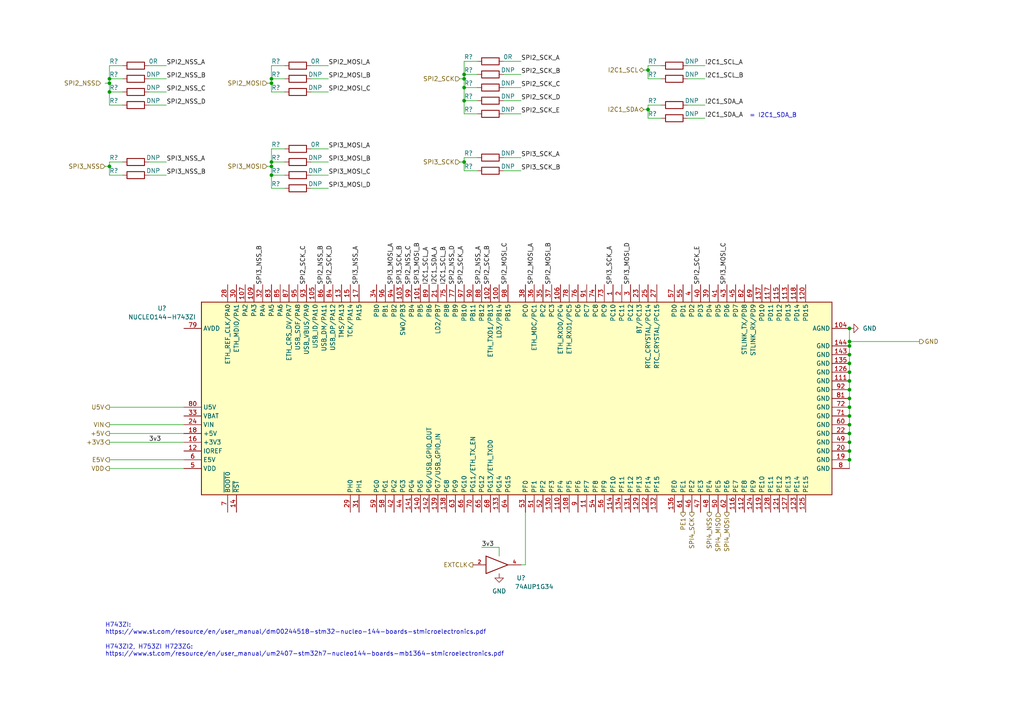
<source format=kicad_sch>
(kicad_sch (version 20211123) (generator eeschema)
  (paper "A4")
  (lib_symbols
    (symbol "74xGxx:74AUP1G34" (pin_names (offset 1.016))
      (property "Reference" "U" (at -2.54 3.81 0))
      (property "Value" "74AUP1G34" (at 0 -3.81 0))
      (symbol "74AUP1G34_0_1"
        (polyline (pts (xy -3.81 2.54) (xy -3.81 -2.54) (xy 2.54 0) (xy -3.81 2.54)) (stroke (width 0.254)))
      )
      (symbol "74AUP1G34_1_1"
        (pin input line (at -7.62 0 0) (length 3.81) (name "~") (number "2"))
        (pin power_in line (at 0 -2.54 270) (length 0) hide (name "GND") (number "3"))
        (pin output line (at 6.35 0 180) (length 3.81) (name "~") (number "4"))
        (pin power_in line (at 0 2.54 90) (length 0) hide (name "VCC") (number "5"))
      )
    )
    (symbol "Device:R" (pin_numbers hide) (pin_names (offset 0))
      (property "Reference" "R" (at 2.032 0 90))
      (property "Value" "R" (at 0 0 90))
      (symbol "R_0_1"
        (rectangle (start -1.016 -2.54) (end 1.016 2.54) (stroke (width 0.254)))
      )
      (symbol "R_1_1"
        (pin passive line (at 0 3.81 270) (length 1.27) (name "~") (number "1"))
        (pin passive line (at 0 -3.81 90) (length 1.27) (name "~") (number "2"))
      )
    )
    (symbol "MCU_Module:NUCLEO144-H743ZI"
      (property "Reference" "U" (at -22.86 94.615 0))
      (property "Value" "NUCLEO144-H743ZI" (at -22.86 92.71 0))
      (symbol "NUCLEO144-H743ZI_0_1"
        (rectangle (start -27.94 -91.44) (end 27.94 91.44) (stroke (width 0.254)) (fill (type background)))
      )
      (symbol "NUCLEO144-H743ZI_1_1"
        (pin bidirectional line (at 33.02 -27.94 180) (length 5.08) (name "PC10") (number "1"))
        (pin no_connect line (at -33.02 55.88 0) (length 5.08) hide (name "NC") (number "10"))
        (pin bidirectional line (at 33.02 5.08 180) (length 5.08) (name "LD3/PB14") (number "100"))
        (pin bidirectional line (at 33.02 27.94 180) (length 5.08) (name "PB5") (number "101"))
        (pin bidirectional line (at 33.02 7.62 180) (length 5.08) (name "ETH_TXD1/PB13") (number "102"))
        (pin bidirectional line (at 33.02 33.02 180) (length 5.08) (name "SWO/PB3") (number "103"))
        (pin power_in line (at 20.32 -96.52 90) (length 5.08) (name "AGND") (number "104"))
        (pin bidirectional line (at 33.02 58.42 180) (length 5.08) (name "USB_ID/PA10") (number "105"))
        (pin bidirectional line (at 33.02 -12.7 180) (length 5.08) (name "ETH_RXD0/PC4") (number "106"))
        (pin bidirectional line (at 33.02 78.74 180) (length 5.08) (name "PA2") (number "107"))
        (pin bidirectional line (at -33.02 -15.24 0) (length 5.08) (name "PF5") (number "108"))
        (pin bidirectional line (at 33.02 76.2 180) (length 5.08) (name "PA3") (number "109"))
        (pin bidirectional line (at -33.02 -20.32 0) (length 5.08) (name "PF7") (number "11"))
        (pin bidirectional line (at -33.02 -12.7 0) (length 5.08) (name "PF4") (number "110"))
        (pin power_in line (at 5.08 -96.52 90) (length 5.08) (name "GND") (number "111"))
        (pin bidirectional line (at -33.02 -66.04 0) (length 5.08) (name "PE8") (number "112"))
        (pin bidirectional line (at 33.02 -78.74 180) (length 5.08) (name "PD13") (number "113"))
        (pin bidirectional line (at -33.02 -27.94 0) (length 5.08) (name "PF10") (number "114"))
        (pin bidirectional line (at 33.02 -76.2 180) (length 5.08) (name "PD12") (number "115"))
        (pin bidirectional line (at -33.02 -63.5 0) (length 5.08) (name "PE7") (number "116"))
        (pin bidirectional line (at 33.02 -73.66 180) (length 5.08) (name "PD11") (number "117"))
        (pin bidirectional line (at 33.02 -81.28 180) (length 5.08) (name "PD14") (number "118"))
        (pin bidirectional line (at -33.02 -71.12 0) (length 5.08) (name "PE10") (number "119"))
        (pin power_in line (at -15.24 96.52 270) (length 5.08) (name "IOREF") (number "12"))
        (pin bidirectional line (at 33.02 -83.82 180) (length 5.08) (name "PD15") (number "120"))
        (pin bidirectional line (at -33.02 -76.2 0) (length 5.08) (name "PE12") (number "121"))
        (pin bidirectional line (at -33.02 -38.1 0) (length 5.08) (name "PF14") (number "122"))
        (pin bidirectional line (at -33.02 -81.28 0) (length 5.08) (name "PE14") (number "123"))
        (pin bidirectional line (at -33.02 -68.58 0) (length 5.08) (name "PE9") (number "124"))
        (pin bidirectional line (at -33.02 -83.82 0) (length 5.08) (name "PE15") (number "125"))
        (pin power_in line (at 7.62 -96.52 90) (length 5.08) (name "GND") (number "126"))
        (pin bidirectional line (at -33.02 -78.74 0) (length 5.08) (name "PE13") (number "127"))
        (pin bidirectional line (at -33.02 -73.66 0) (length 5.08) (name "PE11") (number "128"))
        (pin bidirectional line (at -33.02 -35.56 0) (length 5.08) (name "PF13") (number "129"))
        (pin bidirectional line (at 33.02 50.8 180) (length 5.08) (name "TMS/PA13") (number "13"))
        (pin bidirectional line (at -33.02 -10.16 0) (length 5.08) (name "PF3") (number "130"))
        (pin bidirectional line (at -33.02 -33.02 0) (length 5.08) (name "PF12") (number "131"))
        (pin bidirectional line (at -33.02 -40.64 0) (length 5.08) (name "PF15") (number "132"))
        (pin bidirectional line (at -33.02 5.08 0) (length 5.08) (name "PG14") (number "133"))
        (pin bidirectional line (at -33.02 -30.48 0) (length 5.08) (name "PF11") (number "134"))
        (pin power_in line (at 10.16 -96.52 90) (length 5.08) (name "GND") (number "135"))
        (pin bidirectional line (at -33.02 -45.72 0) (length 5.08) (name "PE0") (number "136"))
        (pin bidirectional line (at 33.02 -71.12 180) (length 5.08) (name "PD10") (number "137"))
        (pin bidirectional line (at -33.02 20.32 0) (length 5.08) (name "PG8") (number "138"))
        (pin bidirectional line (at -33.02 22.86 0) (length 5.08) (name "PG7/USB_GPIO_IN") (number "139"))
        (pin input line (at -33.02 81.28 0) (length 5.08) (name "~{RST}") (number "14"))
        (pin bidirectional line (at -33.02 27.94 0) (length 5.08) (name "PG5") (number "140"))
        (pin bidirectional line (at -33.02 30.48 0) (length 5.08) (name "PG4") (number "141"))
        (pin bidirectional line (at -33.02 25.4 0) (length 5.08) (name "PG6/USB_GPIO_OUT") (number "142"))
        (pin power_in line (at 12.7 -96.52 90) (length 5.08) (name "GND") (number "143"))
        (pin power_in line (at 15.24 -96.52 90) (length 5.08) (name "GND") (number "144"))
        (pin bidirectional line (at 33.02 48.26 180) (length 5.08) (name "TCK/PA14") (number "15"))
        (pin power_in line (at -12.7 96.52 270) (length 5.08) (name "+3V3") (number "16"))
        (pin bidirectional line (at 33.02 45.72 180) (length 5.08) (name "PA15") (number "17"))
        (pin power_in line (at -10.16 96.52 270) (length 5.08) (name "+5V") (number "18"))
        (pin power_in line (at -17.78 -96.52 90) (length 5.08) (name "GND") (number "19"))
        (pin bidirectional line (at 33.02 -30.48 180) (length 5.08) (name "PC11") (number "2"))
        (pin power_in line (at -15.24 -96.52 90) (length 5.08) (name "GND") (number "20"))
        (pin bidirectional line (at 33.02 22.86 180) (length 5.08) (name "LD2/PB7") (number "21"))
        (pin power_in line (at -10.16 -96.52 90) (length 5.08) (name "GND") (number "22"))
        (pin bidirectional line (at 33.02 -35.56 180) (length 5.08) (name "BT/PC13") (number "23"))
        (pin power_in line (at -7.62 96.52 270) (length 5.08) (name "VIN") (number "24"))
        (pin bidirectional line (at 33.02 -38.1 180) (length 5.08) (name "RTC_CRYSTAL/PC14") (number "25"))
        (pin no_connect line (at -33.02 58.42 0) (length 5.08) hide (name "NC") (number "26"))
        (pin bidirectional line (at 33.02 -40.64 180) (length 5.08) (name "RTC_CRYSTAL/PC15") (number "27"))
        (pin bidirectional line (at 33.02 83.82 180) (length 5.08) (name "ETH_REF_CLK/PA0") (number "28"))
        (pin bidirectional line (at -33.02 48.26 0) (length 5.08) (name "PH0") (number "29"))
        (pin bidirectional line (at 33.02 -33.02 180) (length 5.08) (name "PC12") (number "3"))
        (pin bidirectional line (at 33.02 81.28 180) (length 5.08) (name "ETH_MDIO/PA1") (number "30"))
        (pin bidirectional line (at -33.02 45.72 0) (length 5.08) (name "PH1") (number "31"))
        (pin bidirectional line (at 33.02 73.66 180) (length 5.08) (name "PA4") (number "32"))
        (pin power_in line (at -5.08 96.52 270) (length 5.08) (name "VBAT") (number "33"))
        (pin bidirectional line (at 33.02 40.64 180) (length 5.08) (name "PB0") (number "34"))
        (pin bidirectional line (at 33.02 -7.62 180) (length 5.08) (name "PC2") (number "35"))
        (pin bidirectional line (at 33.02 -5.08 180) (length 5.08) (name "ETH_MDC/PC1") (number "36"))
        (pin bidirectional line (at 33.02 -10.16 180) (length 5.08) (name "PC3") (number "37"))
        (pin bidirectional line (at 33.02 -2.54 180) (length 5.08) (name "PC0") (number "38"))
        (pin bidirectional line (at 33.02 -55.88 180) (length 5.08) (name "PD4") (number "39"))
        (pin bidirectional line (at 33.02 -50.8 180) (length 5.08) (name "PD2") (number "4"))
        (pin bidirectional line (at 33.02 -53.34 180) (length 5.08) (name "PD3") (number "40"))
        (pin bidirectional line (at 33.02 -58.42 180) (length 5.08) (name "PD5") (number "41"))
        (pin bidirectional line (at -33.02 35.56 0) (length 5.08) (name "PG2") (number "42"))
        (pin bidirectional line (at 33.02 -60.96 180) (length 5.08) (name "PD6") (number "43"))
        (pin bidirectional line (at -33.02 33.02 0) (length 5.08) (name "PG3") (number "44"))
        (pin bidirectional line (at 33.02 -63.5 180) (length 5.08) (name "PD7") (number "45"))
        (pin bidirectional line (at -33.02 -50.8 0) (length 5.08) (name "PE2") (number "46"))
        (pin bidirectional line (at -33.02 -53.34 0) (length 5.08) (name "PE3") (number "47"))
        (pin bidirectional line (at -33.02 -55.88 0) (length 5.08) (name "PE4") (number "48"))
        (pin power_in line (at -12.7 -96.52 90) (length 5.08) (name "GND") (number "49"))
        (pin power_in line (at -20.32 96.52 270) (length 5.08) (name "VDD") (number "5"))
        (pin bidirectional line (at -33.02 -58.42 0) (length 5.08) (name "PE5") (number "50"))
        (pin bidirectional line (at -33.02 -5.08 0) (length 5.08) (name "PF1") (number "51"))
        (pin bidirectional line (at -33.02 -7.62 0) (length 5.08) (name "PF2") (number "52"))
        (pin bidirectional line (at -33.02 -2.54 0) (length 5.08) (name "PF0") (number "53"))
        (pin bidirectional line (at -33.02 -22.86 0) (length 5.08) (name "PF8") (number "54"))
        (pin bidirectional line (at 33.02 -48.26 180) (length 5.08) (name "PD1") (number "55"))
        (pin bidirectional line (at -33.02 -25.4 0) (length 5.08) (name "PF9") (number "56"))
        (pin bidirectional line (at 33.02 -45.72 180) (length 5.08) (name "PD0") (number "57"))
        (pin bidirectional line (at -33.02 38.1 0) (length 5.08) (name "PG1") (number "58"))
        (pin bidirectional line (at -33.02 40.64 0) (length 5.08) (name "PG0") (number "59"))
        (pin power_in line (at -17.78 96.52 270) (length 5.08) (name "E5V") (number "6"))
        (pin power_in line (at -7.62 -96.52 90) (length 5.08) (name "GND") (number "60"))
        (pin bidirectional line (at -33.02 -48.26 0) (length 5.08) (name "PE1") (number "61"))
        (pin bidirectional line (at -33.02 -60.96 0) (length 5.08) (name "PE6") (number "62"))
        (pin bidirectional line (at -33.02 17.78 0) (length 5.08) (name "PG9") (number "63"))
        (pin bidirectional line (at -33.02 2.54 0) (length 5.08) (name "PG15") (number "64"))
        (pin bidirectional line (at -33.02 10.16 0) (length 5.08) (name "PG12") (number "65"))
        (pin bidirectional line (at -33.02 15.24 0) (length 5.08) (name "PG10") (number "66"))
        (pin no_connect line (at -33.02 53.34 0) (length 5.08) hide (name "NC") (number "67"))
        (pin bidirectional line (at -33.02 7.62 0) (length 5.08) (name "PG13/ETH_TXD0") (number "68"))
        (pin bidirectional line (at 33.02 -68.58 180) (length 5.08) (name "STLINK_RX/PD9") (number "69"))
        (pin input line (at -33.02 83.82 0) (length 5.08) (name "~{BOOT0}") (number "7"))
        (pin bidirectional line (at -33.02 12.7 0) (length 5.08) (name "PG11/ETH_TX_EN") (number "70"))
        (pin power_in line (at -5.08 -96.52 90) (length 5.08) (name "GND") (number "71"))
        (pin power_in line (at -2.54 -96.52 90) (length 5.08) (name "GND") (number "72"))
        (pin bidirectional line (at 33.02 -25.4 180) (length 5.08) (name "PC9") (number "73"))
        (pin bidirectional line (at 33.02 -22.86 180) (length 5.08) (name "PC8") (number "74"))
        (pin bidirectional line (at 33.02 20.32 180) (length 5.08) (name "PB8") (number "75"))
        (pin bidirectional line (at 33.02 -17.78 180) (length 5.08) (name "PC6") (number "76"))
        (pin bidirectional line (at 33.02 17.78 180) (length 5.08) (name "PB9") (number "77"))
        (pin bidirectional line (at 33.02 -15.24 180) (length 5.08) (name "ETH_RXD1/PC5") (number "78"))
        (pin power_in line (at 20.32 96.52 270) (length 5.08) (name "AVDD") (number "79"))
        (pin power_in line (at -20.32 -96.52 90) (length 5.08) (name "GND") (number "8"))
        (pin power_in line (at -2.54 96.52 270) (length 5.08) (name "U5V") (number "80"))
        (pin power_in line (at 0 -96.52 90) (length 5.08) (name "GND") (number "81"))
        (pin bidirectional line (at 33.02 -66.04 180) (length 5.08) (name "STLINK_TX/PD8") (number "82"))
        (pin bidirectional line (at 33.02 71.12 180) (length 5.08) (name "PA5") (number "83"))
        (pin bidirectional line (at 33.02 53.34 180) (length 5.08) (name "USB_DP/PA12") (number "84"))
        (pin bidirectional line (at 33.02 68.58 180) (length 5.08) (name "PA6") (number "85"))
        (pin bidirectional line (at 33.02 55.88 180) (length 5.08) (name "USB_DM/PA11") (number "86"))
        (pin bidirectional line (at 33.02 66.04 180) (length 5.08) (name "ETH_CRS_DV/PA7") (number "87"))
        (pin bidirectional line (at 33.02 10.16 180) (length 5.08) (name "PB12") (number "88"))
        (pin bidirectional line (at 33.02 25.4 180) (length 5.08) (name "PB6") (number "89"))
        (pin bidirectional line (at -33.02 -17.78 0) (length 5.08) (name "PF6") (number "9"))
        (pin bidirectional line (at 33.02 12.7 180) (length 5.08) (name "PB11") (number "90"))
        (pin bidirectional line (at 33.02 -20.32 180) (length 5.08) (name "PC7") (number "91"))
        (pin power_in line (at 2.54 -96.52 90) (length 5.08) (name "GND") (number "92"))
        (pin bidirectional line (at 33.02 60.96 180) (length 5.08) (name "USB_VBUS/PA9") (number "93"))
        (pin bidirectional line (at 33.02 35.56 180) (length 5.08) (name "PB2") (number "94"))
        (pin bidirectional line (at 33.02 63.5 180) (length 5.08) (name "USB_SOF/PA8") (number "95"))
        (pin bidirectional line (at 33.02 38.1 180) (length 5.08) (name "PB1") (number "96"))
        (pin bidirectional line (at 33.02 15.24 180) (length 5.08) (name "PB10") (number "97"))
        (pin bidirectional line (at 33.02 2.54 180) (length 5.08) (name "PB15") (number "98"))
        (pin bidirectional line (at 33.02 30.48 180) (length 5.08) (name "PB4") (number "99"))
      )
    )
    (symbol "power:GND" (power) (pin_names (offset 0))
      (property "Value" "GND" (at 0 -3.81 0))
      (symbol "GND_0_1"
        (polyline (pts (xy 0 0) (xy 0 -1.27) (xy 1.27 -1.27) (xy 0 -2.54) (xy -1.27 -1.27) (xy 0 -1.27)))
      )
      (symbol "GND_1_1"
        (pin power_in line (at 0 0 270) (length 0) hide (name "GND") (number "1"))
      )
    )
  )
  (junction (at 246.38 110.49))
  (junction (at 246.38 123.19))
  (junction (at 246.38 115.57))
  (junction (at 31.75 48.26))
  (junction (at 246.38 133.35))
  (junction (at 246.38 100.33))
  (junction (at 246.38 113.03))
  (junction (at 246.38 120.65))
  (junction (at 246.38 95.25))
  (junction (at 78.74 24.13))
  (junction (at 246.38 107.95))
  (junction (at 246.38 130.81))
  (junction (at 31.75 26.67))
  (junction (at 246.38 99.06))
  (junction (at 187.96 31.75))
  (junction (at 31.75 24.13))
  (junction (at 246.38 125.73))
  (junction (at 134.62 25.4))
  (junction (at 78.74 46.99))
  (junction (at 134.62 21.59))
  (junction (at 246.38 128.27))
  (junction (at 134.62 46.99))
  (junction (at 187.96 20.32))
  (junction (at 78.74 48.26))
  (junction (at 134.62 29.21))
  (junction (at 134.62 22.86))
  (junction (at 246.38 105.41))
  (junction (at 246.38 118.11))
  (junction (at 31.75 22.86))
  (junction (at 78.74 50.8))
  (junction (at 78.74 22.86))
  (junction (at 246.38 102.87))
  (wire (pts (xy 77.47 24.13) (xy 78.74 24.13)))
  (wire (pts (xy 134.62 29.21) (xy 138.43 29.21)))
  (wire (pts (xy 90.17 19.05) (xy 95.25 19.05)))
  (wire (pts (xy 134.62 29.21) (xy 134.62 25.4)))
  (wire (pts (xy 246.38 115.57) (xy 246.38 118.11)))
  (wire (pts (xy 138.43 45.72) (xy 134.62 45.72)))
  (wire (pts (xy 138.43 25.4) (xy 134.62 25.4)))
  (wire (pts (xy 31.75 125.73) (xy 53.34 125.73)))
  (wire (pts (xy 134.62 45.72) (xy 134.62 46.99)))
  (wire (pts (xy 151.13 163.83) (xy 152.4 163.83)))
  (wire (pts (xy 246.38 133.35) (xy 246.38 135.89)))
  (wire (pts (xy 199.39 30.48) (xy 204.47 30.48)))
  (wire (pts (xy 187.96 31.75) (xy 187.96 34.29)))
  (wire (pts (xy 246.38 113.03) (xy 246.38 115.57)))
  (wire (pts (xy 82.55 26.67) (xy 78.74 26.67)))
  (wire (pts (xy 134.62 46.99) (xy 134.62 49.53)))
  (wire (pts (xy 90.17 22.86) (xy 95.25 22.86)))
  (wire (pts (xy 146.05 25.4) (xy 151.13 25.4)))
  (wire (pts (xy 138.43 49.53) (xy 134.62 49.53)))
  (wire (pts (xy 90.17 46.99) (xy 95.25 46.99)))
  (wire (pts (xy 146.05 17.78) (xy 151.13 17.78)))
  (wire (pts (xy 199.39 22.86) (xy 204.47 22.86)))
  (wire (pts (xy 31.75 46.99) (xy 31.75 48.26)))
  (wire (pts (xy 35.56 19.05) (xy 31.75 19.05)))
  (wire (pts (xy 191.77 22.86) (xy 187.96 22.86)))
  (wire (pts (xy 31.75 22.86) (xy 31.75 24.13)))
  (wire (pts (xy 246.38 99.06) (xy 266.7 99.06)))
  (wire (pts (xy 78.74 48.26) (xy 78.74 50.8)))
  (wire (pts (xy 246.38 130.81) (xy 246.38 133.35)))
  (wire (pts (xy 43.18 19.05) (xy 48.26 19.05)))
  (wire (pts (xy 43.18 30.48) (xy 48.26 30.48)))
  (wire (pts (xy 90.17 43.18) (xy 95.25 43.18)))
  (wire (pts (xy 31.75 135.89) (xy 53.34 135.89)))
  (wire (pts (xy 43.18 50.8) (xy 48.26 50.8)))
  (wire (pts (xy 31.75 133.35) (xy 53.34 133.35)))
  (wire (pts (xy 82.55 50.8) (xy 78.74 50.8)))
  (wire (pts (xy 82.55 43.18) (xy 78.74 43.18)))
  (wire (pts (xy 144.78 161.29) (xy 144.78 158.75)))
  (wire (pts (xy 191.77 30.48) (xy 187.96 30.48)))
  (wire (pts (xy 187.96 30.48) (xy 187.96 31.75)))
  (wire (pts (xy 152.4 148.59) (xy 152.4 163.83)))
  (wire (pts (xy 90.17 50.8) (xy 95.25 50.8)))
  (wire (pts (xy 82.55 19.05) (xy 78.74 19.05)))
  (wire (pts (xy 191.77 19.05) (xy 187.96 19.05)))
  (wire (pts (xy 246.38 118.11) (xy 246.38 120.65)))
  (wire (pts (xy 246.38 100.33) (xy 246.38 102.87)))
  (wire (pts (xy 199.39 34.29) (xy 204.47 34.29)))
  (wire (pts (xy 82.55 22.86) (xy 78.74 22.86)))
  (wire (pts (xy 246.38 99.06) (xy 246.38 100.33)))
  (wire (pts (xy 30.48 48.26) (xy 31.75 48.26)))
  (wire (pts (xy 138.43 17.78) (xy 134.62 17.78)))
  (wire (pts (xy 77.47 48.26) (xy 78.74 48.26)))
  (wire (pts (xy 246.38 123.19) (xy 246.38 125.73)))
  (wire (pts (xy 187.96 20.32) (xy 187.96 22.86)))
  (wire (pts (xy 246.38 102.87) (xy 246.38 105.41)))
  (wire (pts (xy 78.74 43.18) (xy 78.74 46.99)))
  (wire (pts (xy 31.75 48.26) (xy 31.75 50.8)))
  (wire (pts (xy 146.05 29.21) (xy 151.13 29.21)))
  (wire (pts (xy 133.35 22.86) (xy 134.62 22.86)))
  (wire (pts (xy 146.05 21.59) (xy 151.13 21.59)))
  (wire (pts (xy 31.75 30.48) (xy 35.56 30.48)))
  (wire (pts (xy 146.05 33.02) (xy 151.13 33.02)))
  (wire (pts (xy 31.75 24.13) (xy 31.75 26.67)))
  (wire (pts (xy 146.05 49.53) (xy 151.13 49.53)))
  (wire (pts (xy 31.75 128.27) (xy 53.34 128.27)))
  (wire (pts (xy 138.43 21.59) (xy 134.62 21.59)))
  (wire (pts (xy 78.74 19.05) (xy 78.74 22.86)))
  (wire (pts (xy 191.77 34.29) (xy 187.96 34.29)))
  (wire (pts (xy 246.38 107.95) (xy 246.38 110.49)))
  (wire (pts (xy 134.62 33.02) (xy 134.62 29.21)))
  (wire (pts (xy 30.48 24.13) (xy 31.75 24.13)))
  (wire (pts (xy 246.38 125.73) (xy 246.38 128.27)))
  (wire (pts (xy 133.35 46.99) (xy 134.62 46.99)))
  (wire (pts (xy 186.69 20.32) (xy 187.96 20.32)))
  (wire (pts (xy 199.39 19.05) (xy 204.47 19.05)))
  (wire (pts (xy 90.17 26.67) (xy 95.25 26.67)))
  (wire (pts (xy 246.38 110.49) (xy 246.38 113.03)))
  (wire (pts (xy 187.96 19.05) (xy 187.96 20.32)))
  (wire (pts (xy 134.62 17.78) (xy 134.62 21.59)))
  (wire (pts (xy 35.56 26.67) (xy 31.75 26.67)))
  (wire (pts (xy 43.18 46.99) (xy 48.26 46.99)))
  (wire (pts (xy 134.62 33.02) (xy 138.43 33.02)))
  (wire (pts (xy 43.18 26.67) (xy 48.26 26.67)))
  (wire (pts (xy 90.17 54.61) (xy 95.25 54.61)))
  (wire (pts (xy 78.74 22.86) (xy 78.74 24.13)))
  (wire (pts (xy 78.74 54.61) (xy 82.55 54.61)))
  (wire (pts (xy 31.75 118.11) (xy 53.34 118.11)))
  (wire (pts (xy 139.7 158.75) (xy 144.78 158.75)))
  (wire (pts (xy 146.05 45.72) (xy 151.13 45.72)))
  (wire (pts (xy 246.38 120.65) (xy 246.38 123.19)))
  (wire (pts (xy 31.75 19.05) (xy 31.75 22.86)))
  (wire (pts (xy 246.38 95.25) (xy 246.38 99.06)))
  (wire (pts (xy 35.56 22.86) (xy 31.75 22.86)))
  (wire (pts (xy 78.74 24.13) (xy 78.74 26.67)))
  (wire (pts (xy 31.75 30.48) (xy 31.75 26.67)))
  (wire (pts (xy 35.56 50.8) (xy 31.75 50.8)))
  (wire (pts (xy 82.55 46.99) (xy 78.74 46.99)))
  (wire (pts (xy 31.75 123.19) (xy 53.34 123.19)))
  (wire (pts (xy 78.74 46.99) (xy 78.74 48.26)))
  (wire (pts (xy 134.62 21.59) (xy 134.62 22.86)))
  (wire (pts (xy 134.62 22.86) (xy 134.62 25.4)))
  (wire (pts (xy 78.74 50.8) (xy 78.74 54.61)))
  (wire (pts (xy 246.38 105.41) (xy 246.38 107.95)))
  (wire (pts (xy 35.56 46.99) (xy 31.75 46.99)))
  (wire (pts (xy 43.18 22.86) (xy 48.26 22.86)))
  (wire (pts (xy 186.69 31.75) (xy 187.96 31.75)))
  (wire (pts (xy 246.38 128.27) (xy 246.38 130.81)))
  (text "= I2C1_SDA_B" (at 231.14 34.29 180) (effects (font (size 1.27 1.27)) (justify right bottom)))
  (text "H743ZI2, H753ZI H723ZG:\nhttps://www.st.com/resource/en/user_manual/um2407-stm32h7-nucleo144-boards-mb1364-stmicroelectronics.pdf" (at 30.48 190.5 0) (effects (font (size 1.27 1.27)) (justify left bottom)))
  (text "H743ZI:\nhttps://www.st.com/resource/en/user_manual/dm00244518-stm32-nucleo-144-boards-stmicroelectronics.pdf" (at 30.48 184.15 0) (effects (font (size 1.27 1.27)) (justify left bottom)))
  (label "SPI2_NSS_D" (at 132.08 82.55 90))
  (label "SPI2_NSS_B" (at 48.26 22.86 0))
  (label "I2C1_SCL_A" (at 124.46 82.55 90))
  (label "I2C1_SDA_A" (at 127 82.55 90))
  (label "SPI2_SCK_C" (at 151.13 25.4 0))
  (label "SPI3_NSS_A" (at 104.14 82.55 90))
  (label "SPI2_MOSI_B" (at 95.25 22.86 0))
  (label "SPI2_NSS_B" (at 93.98 82.55 90))
  (label "SPI3_MOSI_C" (at 210.82 82.55 90))
  (label "SPI3_MOSI_D" (at 95.25 54.61 0))
  (label "SPI2_SCK_A" (at 151.13 17.78 0))
  (label "SPI2_MOSI_A" (at 154.94 82.55 90))
  (label "SPI2_SCK_C" (at 88.9 82.55 90))
  (label "SPI3_MOSI_B" (at 95.25 46.99 0))
  (label "I2C1_SDA_A" (at 204.47 30.48 0))
  (label "SPI3_MOSI_C" (at 95.25 50.8 0))
  (label "SPI2_MOSI_A" (at 95.25 19.05 0))
  (label "SPI2_SCK_E" (at 151.13 33.02 0))
  (label "SPI2_SCK_B" (at 142.24 82.55 90))
  (label "SPI3_NSS_A" (at 48.26 46.99 0))
  (label "SPI2_NSS_D" (at 48.26 30.48 0))
  (label "SPI3_MOSI_A" (at 95.25 43.18 0))
  (label "3v3" (at 139.7 158.75 0))
  (label "SPI2_SCK_E" (at 203.2 82.55 90))
  (label "SPI3_MOSI_D" (at 182.88 82.55 90))
  (label "SPI2_NSS_C" (at 48.26 26.67 0))
  (label "SPI3_SCK_A" (at 151.13 45.72 0))
  (label "SPI3_SCK_A" (at 177.8 82.55 90))
  (label "SPI2_SCK_D" (at 151.13 29.21 0))
  (label "SPI2_MOSI_C" (at 95.25 26.67 0))
  (label "I2C1_SCL_B" (at 129.54 82.55 90))
  (label "SPI2_NSS_C" (at 119.38 82.55 90))
  (label "SPI2_SCK_A" (at 134.62 82.55 90))
  (label "SPI2_MOSI_C" (at 147.32 82.55 90))
  (label "SPI3_SCK_B" (at 116.84 82.55 90))
  (label "3v3" (at 43.18 128.27 0))
  (label "SPI3_NSS_B" (at 76.2 82.55 90))
  (label "SPI3_MOSI_B" (at 121.92 82.55 90))
  (label "SPI2_NSS_A" (at 48.26 19.05 0))
  (label "I2C1_SCL_B" (at 204.47 22.86 0))
  (label "SPI3_NSS_B" (at 48.26 50.8 0))
  (label "SPI2_NSS_A" (at 139.7 82.55 90))
  (label "SPI2_SCK_D" (at 96.52 82.55 90))
  (label "SPI2_MOSI_B" (at 160.02 82.55 90))
  (label "SPI3_SCK_B" (at 151.13 49.53 0))
  (label "SPI2_SCK_B" (at 151.13 21.59 0))
  (label "I2C1_SCL_A" (at 204.47 19.05 0))
  (label "SPI3_MOSI_A" (at 114.3 82.55 90))
  (label "I2C1_SDA_A" (at 204.47 34.29 0))
  (hierarchical_label "SPI2_MOSI" (shape input) (at 77.47 24.13 180))
  (hierarchical_label "SPI4_MOSI" (shape output) (at 210.82 148.59 270))
  (hierarchical_label "SPI3_SCK" (shape input) (at 133.35 46.99 180))
  (hierarchical_label "SPI3_MOSI" (shape input) (at 77.47 48.26 180))
  (hierarchical_label "I2C1_SDA" (shape bidirectional) (at 186.69 31.75 180))
  (hierarchical_label "PE1" (shape output) (at 198.12 148.59 270))
  (hierarchical_label "SPI3_NSS" (shape input) (at 30.48 48.26 180))
  (hierarchical_label "SPI2_NSS" (shape input) (at 29.21 24.13 180))
  (hierarchical_label "GND" (shape output) (at 266.7 99.06 0))
  (hierarchical_label "E5V" (shape output) (at 31.75 133.35 180))
  (hierarchical_label "VDD" (shape output) (at 31.75 135.89 180))
  (hierarchical_label "+5V" (shape output) (at 31.75 125.73 180))
  (hierarchical_label "SPI4_SCK" (shape output) (at 200.66 148.59 270))
  (hierarchical_label "+3V3" (shape output) (at 31.75 128.27 180))
  (hierarchical_label "EXTCLK" (shape output) (at 137.16 163.83 180))
  (hierarchical_label "VIN" (shape output) (at 31.75 123.19 180))
  (hierarchical_label "SPI4_MISO" (shape input) (at 208.28 148.59 270))
  (hierarchical_label "SPI4_NSS" (shape output) (at 205.74 148.59 270))
  (hierarchical_label "I2C1_SCL" (shape bidirectional) (at 186.69 20.32 180))
  (hierarchical_label "SPI2_SCK" (shape input) (at 133.35 22.86 180))
  (hierarchical_label "U5V" (shape output) (at 31.75 118.11 180))
  (symbol (lib_id "Device:R") (at 39.37 46.99 90) (unit 1)
    (property "Reference" "R?" (at 33.02 45.72 90))
    (property "Value" "DNP" (at 44.45 45.72 90))
  )
  (symbol (lib_id "Device:R") (at 86.36 22.86 90) (unit 1)
    (property "Reference" "R?" (at 80.01 21.59 90))
    (property "Value" "DNP" (at 91.44 21.59 90))
  )
  (symbol (lib_id "Device:R") (at 39.37 19.05 90) (unit 1)
    (property "Reference" "R?" (at 33.02 17.78 90))
    (property "Value" "0R" (at 44.45 17.78 90))
  )
  (symbol (lib_id "Device:R") (at 86.36 50.8 90) (unit 1)
    (property "Reference" "R?" (at 80.01 49.53 90))
    (property "Value" "DNP" (at 91.44 49.53 90))
  )
  (symbol (lib_id "Device:R") (at 86.36 54.61 90) (unit 1)
    (property "Reference" "R?" (at 80.01 53.34 90))
    (property "Value" "DNP" (at 91.44 53.34 90))
  )
  (symbol (lib_id "Device:R") (at 39.37 26.67 90) (unit 1)
    (property "Reference" "R?" (at 33.02 25.4 90))
    (property "Value" "DNP" (at 44.45 25.4 90))
  )
  (symbol (lib_id "Device:R") (at 195.58 22.86 90) (unit 1)
    (property "Reference" "R?" (at 189.23 21.59 90))
    (property "Value" "DNP" (at 200.66 21.59 90))
  )
  (symbol (lib_id "Device:R") (at 86.36 19.05 90) (unit 1)
    (property "Reference" "R?" (at 80.01 17.78 90))
    (property "Value" "0R" (at 91.44 17.78 90))
  )
  (symbol (lib_id "Device:R") (at 142.24 45.72 90) (unit 1)
    (property "Reference" "R?" (at 135.89 44.45 90))
    (property "Value" "DNP" (at 147.32 44.45 90))
  )
  (symbol (lib_id "Device:R") (at 195.58 34.29 90) (unit 1)
    (property "Reference" "R?" (at 189.23 33.02 90))
    (property "Value" "DNP" (at 200.66 33.02 90))
  )
  (symbol (lib_id "Device:R") (at 195.58 30.48 90) (unit 1)
    (property "Reference" "R?" (at 189.23 29.21 90))
    (property "Value" "DNP" (at 200.66 29.21 90))
  )
  (symbol (lib_id "power:GND") (at 144.78 166.37 0) (unit 1)
    (property "Reference" "#PWR?" (effects hide))
    (property "Value" "GND" (at 144.78 171.45 0))
  )
  (symbol (lib_id "power:GND") (at 246.38 95.25 90) (unit 1)
    (property "Reference" "#PWR?" (effects hide))
    (property "Value" "GND" (at 250.19 95.2499 90) (effects (justify right)))
  )
  (symbol (lib_id "74xGxx:74AUP1G34") (at 144.78 163.83 0) (unit 1)
    (property "Reference" "U?" (at 151.13 167.64 0))
    (property "Value" "74AUP1G34" (at 154.94 170.18 0))
    (property "Datasheet" "http://www.ti.com/lit/sg/scyt129e/scyt129e.pdf" (effects hide))
  )
  (symbol (lib_id "Device:R") (at 142.24 17.78 90) (unit 1)
    (property "Reference" "R?" (at 135.89 16.51 90))
    (property "Value" "0R" (at 147.32 16.51 90))
  )
  (symbol (lib_id "Device:R") (at 142.24 49.53 90) (unit 1)
    (property "Reference" "R?" (at 135.89 48.26 90))
    (property "Value" "DNP" (at 147.32 48.26 90))
  )
  (symbol (lib_id "Device:R") (at 39.37 50.8 90) (unit 1)
    (property "Reference" "R?" (at 33.02 49.53 90))
    (property "Value" "DNP" (at 44.45 49.53 90))
  )
  (symbol (lib_id "Device:R") (at 86.36 26.67 90) (unit 1)
    (property "Reference" "R?" (at 80.01 25.4 90))
    (property "Value" "DNP" (at 91.44 25.4 90))
  )
  (symbol (lib_id "Device:R") (at 39.37 22.86 90) (unit 1)
    (property "Reference" "R?" (at 33.02 21.59 90))
    (property "Value" "DNP" (at 44.45 21.59 90))
  )
  (symbol (lib_id "MCU_Module:NUCLEO144-H743ZI") (at 149.86 115.57 90) (unit 1)
    (property "Reference" "U?" (at 46.99 89.4205 90))
    (property "Value" "NUCLEO144-H743ZI" (at 46.99 91.9605 90))
    (property "Footprint" "Module:ST_Morpho_Connector_144_STLink" (effects hide))
    (property "Datasheet" "https://www.st.com/resource/en/user_manual/dm00244518-stm32-nucleo144-boards-stmicroelectronics.pdf" (effects hide))
  )
  (symbol (lib_id "Device:R") (at 86.36 43.18 90) (unit 1)
    (property "Reference" "R?" (at 80.01 41.91 90))
    (property "Value" "0R" (at 91.44 41.91 90))
  )
  (symbol (lib_id "Device:R") (at 142.24 21.59 90) (unit 1)
    (property "Reference" "R?" (at 135.89 20.32 90))
    (property "Value" "DNP" (at 147.32 20.32 90))
  )
  (symbol (lib_id "Device:R") (at 86.36 46.99 90) (unit 1)
    (property "Reference" "R?" (at 80.01 45.72 90))
    (property "Value" "DNP" (at 91.44 45.72 90))
  )
  (symbol (lib_id "Device:R") (at 39.37 30.48 90) (unit 1)
    (property "Reference" "R?" (at 33.02 29.21 90))
    (property "Value" "DNP" (at 44.45 29.21 90))
  )
  (symbol (lib_id "Device:R") (at 142.24 29.21 90) (unit 1)
    (property "Reference" "R?" (at 135.89 27.94 90))
    (property "Value" "DNP" (at 147.32 27.94 90))
  )
  (symbol (lib_id "Device:R") (at 142.24 33.02 90) (unit 1)
    (property "Reference" "R?" (at 135.89 31.75 90))
    (property "Value" "DNP" (at 147.32 31.75 90))
  )
  (symbol (lib_id "Device:R") (at 195.58 19.05 90) (unit 1)
    (property "Reference" "R?" (at 189.23 17.78 90))
    (property "Value" "DNP" (at 200.66 17.78 90))
  )
  (symbol (lib_id "Device:R") (at 142.24 25.4 90) (unit 1)
    (property "Reference" "R?" (at 135.89 24.13 90))
    (property "Value" "DNP" (at 147.32 24.13 90))
  )
)
</source>
